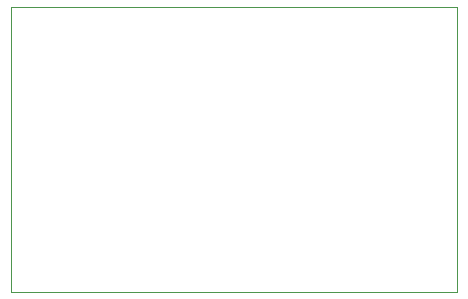
<source format=gbo>
G75*
%MOIN*%
%OFA0B0*%
%FSLAX25Y25*%
%IPPOS*%
%LPD*%
%AMOC8*
5,1,8,0,0,1.08239X$1,22.5*
%
%ADD10C,0.00000*%
D10*
X0011800Y0011800D02*
X0011800Y0106761D01*
X0160501Y0106761D01*
X0160501Y0011800D01*
X0011800Y0011800D01*
M02*

</source>
